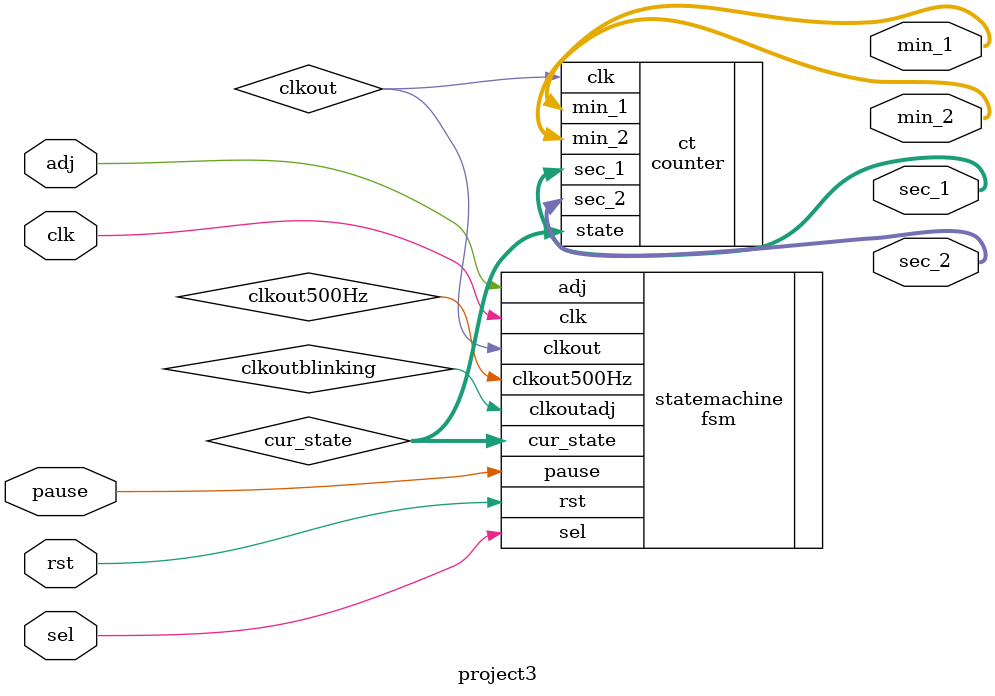
<source format=v>
`timescale 1ns / 1ps
module project3(
    input clk,
    input sel,
    input adj,
    input pause,
    input rst,
    output [3:0]sec_1,
    output [3:0]sec_2,
    output [3:0]min_1,
    output [3:0]min_2
    );
	 wire clkout500Hz;
	 wire clkout;
	 wire clkoutblinking;
//	 reg clkout1Hz;
//	 reg clkout2Hz;
	wire [2:0] cur_state;
	
	
	counter ct (.state(cur_state), .clk(clkout), .sec_1(sec_1), .sec_2(sec_2), .min_1(min_1), .min_2(min_2));
	fsm statemachine (.clk(clk),.sel(sel),.rst(rst),.adj(adj),.pause(pause), .clkout500Hz(clkout500Hz),
							.cur_state(cur_state),.clkout(clkout), .clkoutadj(clkoutblinking));
	
	
endmodule

</source>
